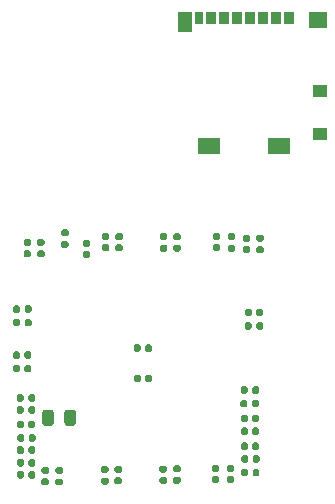
<source format=gbr>
G04 #@! TF.GenerationSoftware,KiCad,Pcbnew,(5.1.6)-1*
G04 #@! TF.CreationDate,2020-09-15T12:17:56+03:00*
G04 #@! TF.ProjectId,469devboard,34363964-6576-4626-9f61-72642e6b6963,rev?*
G04 #@! TF.SameCoordinates,Original*
G04 #@! TF.FileFunction,Paste,Bot*
G04 #@! TF.FilePolarity,Positive*
%FSLAX46Y46*%
G04 Gerber Fmt 4.6, Leading zero omitted, Abs format (unit mm)*
G04 Created by KiCad (PCBNEW (5.1.6)-1) date 2020-09-15 12:17:56*
%MOMM*%
%LPD*%
G01*
G04 APERTURE LIST*
%ADD10R,1.550000X1.350000*%
%ADD11R,1.200000X1.000000*%
%ADD12R,1.900000X1.350000*%
%ADD13R,1.170000X1.800000*%
%ADD14R,0.750000X1.100000*%
%ADD15R,0.850000X1.100000*%
G04 APERTURE END LIST*
D10*
X136273400Y-55848600D03*
D11*
X136448400Y-61873600D03*
X136448400Y-65573600D03*
D12*
X132948400Y-66548600D03*
X126978400Y-66548600D03*
D13*
X124953400Y-56073600D03*
D14*
X126163400Y-55723600D03*
D15*
X127213400Y-55723600D03*
X128313400Y-55723600D03*
X129413400Y-55723600D03*
X130513400Y-55723600D03*
X131613400Y-55723600D03*
X132713400Y-55723600D03*
X133813400Y-55723600D03*
G36*
G01*
X111723800Y-89072500D02*
X111723800Y-88727500D01*
G75*
G02*
X111871300Y-88580000I147500J0D01*
G01*
X112166300Y-88580000D01*
G75*
G02*
X112313800Y-88727500I0J-147500D01*
G01*
X112313800Y-89072500D01*
G75*
G02*
X112166300Y-89220000I-147500J0D01*
G01*
X111871300Y-89220000D01*
G75*
G02*
X111723800Y-89072500I0J147500D01*
G01*
G37*
G36*
G01*
X110753800Y-89072500D02*
X110753800Y-88727500D01*
G75*
G02*
X110901300Y-88580000I147500J0D01*
G01*
X111196300Y-88580000D01*
G75*
G02*
X111343800Y-88727500I0J-147500D01*
G01*
X111343800Y-89072500D01*
G75*
G02*
X111196300Y-89220000I-147500J0D01*
G01*
X110901300Y-89220000D01*
G75*
G02*
X110753800Y-89072500I0J147500D01*
G01*
G37*
G36*
G01*
X111723800Y-88056500D02*
X111723800Y-87711500D01*
G75*
G02*
X111871300Y-87564000I147500J0D01*
G01*
X112166300Y-87564000D01*
G75*
G02*
X112313800Y-87711500I0J-147500D01*
G01*
X112313800Y-88056500D01*
G75*
G02*
X112166300Y-88204000I-147500J0D01*
G01*
X111871300Y-88204000D01*
G75*
G02*
X111723800Y-88056500I0J147500D01*
G01*
G37*
G36*
G01*
X110753800Y-88056500D02*
X110753800Y-87711500D01*
G75*
G02*
X110901300Y-87564000I147500J0D01*
G01*
X111196300Y-87564000D01*
G75*
G02*
X111343800Y-87711500I0J-147500D01*
G01*
X111343800Y-88056500D01*
G75*
G02*
X111196300Y-88204000I-147500J0D01*
G01*
X110901300Y-88204000D01*
G75*
G02*
X110753800Y-88056500I0J147500D01*
G01*
G37*
G36*
G01*
X123311700Y-94196400D02*
X122966700Y-94196400D01*
G75*
G02*
X122819200Y-94048900I0J147500D01*
G01*
X122819200Y-93753900D01*
G75*
G02*
X122966700Y-93606400I147500J0D01*
G01*
X123311700Y-93606400D01*
G75*
G02*
X123459200Y-93753900I0J-147500D01*
G01*
X123459200Y-94048900D01*
G75*
G02*
X123311700Y-94196400I-147500J0D01*
G01*
G37*
G36*
G01*
X123311700Y-95166400D02*
X122966700Y-95166400D01*
G75*
G02*
X122819200Y-95018900I0J147500D01*
G01*
X122819200Y-94723900D01*
G75*
G02*
X122966700Y-94576400I147500J0D01*
G01*
X123311700Y-94576400D01*
G75*
G02*
X123459200Y-94723900I0J-147500D01*
G01*
X123459200Y-95018900D01*
G75*
G02*
X123311700Y-95166400I-147500J0D01*
G01*
G37*
G36*
G01*
X124454700Y-94173400D02*
X124109700Y-94173400D01*
G75*
G02*
X123962200Y-94025900I0J147500D01*
G01*
X123962200Y-93730900D01*
G75*
G02*
X124109700Y-93583400I147500J0D01*
G01*
X124454700Y-93583400D01*
G75*
G02*
X124602200Y-93730900I0J-147500D01*
G01*
X124602200Y-94025900D01*
G75*
G02*
X124454700Y-94173400I-147500J0D01*
G01*
G37*
G36*
G01*
X124454700Y-95143400D02*
X124109700Y-95143400D01*
G75*
G02*
X123962200Y-94995900I0J147500D01*
G01*
X123962200Y-94700900D01*
G75*
G02*
X124109700Y-94553400I147500J0D01*
G01*
X124454700Y-94553400D01*
G75*
G02*
X124602200Y-94700900I0J-147500D01*
G01*
X124602200Y-94995900D01*
G75*
G02*
X124454700Y-95143400I-147500J0D01*
G01*
G37*
G36*
G01*
X111388800Y-85567300D02*
X111388800Y-85222300D01*
G75*
G02*
X111536300Y-85074800I147500J0D01*
G01*
X111831300Y-85074800D01*
G75*
G02*
X111978800Y-85222300I0J-147500D01*
G01*
X111978800Y-85567300D01*
G75*
G02*
X111831300Y-85714800I-147500J0D01*
G01*
X111536300Y-85714800D01*
G75*
G02*
X111388800Y-85567300I0J147500D01*
G01*
G37*
G36*
G01*
X110418800Y-85567300D02*
X110418800Y-85222300D01*
G75*
G02*
X110566300Y-85074800I147500J0D01*
G01*
X110861300Y-85074800D01*
G75*
G02*
X111008800Y-85222300I0J-147500D01*
G01*
X111008800Y-85567300D01*
G75*
G02*
X110861300Y-85714800I-147500J0D01*
G01*
X110566300Y-85714800D01*
G75*
G02*
X110418800Y-85567300I0J147500D01*
G01*
G37*
G36*
G01*
X111388800Y-84424300D02*
X111388800Y-84079300D01*
G75*
G02*
X111536300Y-83931800I147500J0D01*
G01*
X111831300Y-83931800D01*
G75*
G02*
X111978800Y-84079300I0J-147500D01*
G01*
X111978800Y-84424300D01*
G75*
G02*
X111831300Y-84571800I-147500J0D01*
G01*
X111536300Y-84571800D01*
G75*
G02*
X111388800Y-84424300I0J147500D01*
G01*
G37*
G36*
G01*
X110418800Y-84424300D02*
X110418800Y-84079300D01*
G75*
G02*
X110566300Y-83931800I147500J0D01*
G01*
X110861300Y-83931800D01*
G75*
G02*
X111008800Y-84079300I0J-147500D01*
G01*
X111008800Y-84424300D01*
G75*
G02*
X110861300Y-84571800I-147500J0D01*
G01*
X110566300Y-84571800D01*
G75*
G02*
X110418800Y-84424300I0J147500D01*
G01*
G37*
G36*
G01*
X111401500Y-80538100D02*
X111401500Y-80193100D01*
G75*
G02*
X111549000Y-80045600I147500J0D01*
G01*
X111844000Y-80045600D01*
G75*
G02*
X111991500Y-80193100I0J-147500D01*
G01*
X111991500Y-80538100D01*
G75*
G02*
X111844000Y-80685600I-147500J0D01*
G01*
X111549000Y-80685600D01*
G75*
G02*
X111401500Y-80538100I0J147500D01*
G01*
G37*
G36*
G01*
X110431500Y-80538100D02*
X110431500Y-80193100D01*
G75*
G02*
X110579000Y-80045600I147500J0D01*
G01*
X110874000Y-80045600D01*
G75*
G02*
X111021500Y-80193100I0J-147500D01*
G01*
X111021500Y-80538100D01*
G75*
G02*
X110874000Y-80685600I-147500J0D01*
G01*
X110579000Y-80685600D01*
G75*
G02*
X110431500Y-80538100I0J147500D01*
G01*
G37*
G36*
G01*
X111401500Y-81681100D02*
X111401500Y-81336100D01*
G75*
G02*
X111549000Y-81188600I147500J0D01*
G01*
X111844000Y-81188600D01*
G75*
G02*
X111991500Y-81336100I0J-147500D01*
G01*
X111991500Y-81681100D01*
G75*
G02*
X111844000Y-81828600I-147500J0D01*
G01*
X111549000Y-81828600D01*
G75*
G02*
X111401500Y-81681100I0J147500D01*
G01*
G37*
G36*
G01*
X110431500Y-81681100D02*
X110431500Y-81336100D01*
G75*
G02*
X110579000Y-81188600I147500J0D01*
G01*
X110874000Y-81188600D01*
G75*
G02*
X111021500Y-81336100I0J-147500D01*
G01*
X111021500Y-81681100D01*
G75*
G02*
X110874000Y-81828600I-147500J0D01*
G01*
X110579000Y-81828600D01*
G75*
G02*
X110431500Y-81681100I0J147500D01*
G01*
G37*
G36*
G01*
X112603500Y-75397000D02*
X112948500Y-75397000D01*
G75*
G02*
X113096000Y-75544500I0J-147500D01*
G01*
X113096000Y-75839500D01*
G75*
G02*
X112948500Y-75987000I-147500J0D01*
G01*
X112603500Y-75987000D01*
G75*
G02*
X112456000Y-75839500I0J147500D01*
G01*
X112456000Y-75544500D01*
G75*
G02*
X112603500Y-75397000I147500J0D01*
G01*
G37*
G36*
G01*
X112603500Y-74427000D02*
X112948500Y-74427000D01*
G75*
G02*
X113096000Y-74574500I0J-147500D01*
G01*
X113096000Y-74869500D01*
G75*
G02*
X112948500Y-75017000I-147500J0D01*
G01*
X112603500Y-75017000D01*
G75*
G02*
X112456000Y-74869500I0J147500D01*
G01*
X112456000Y-74574500D01*
G75*
G02*
X112603500Y-74427000I147500J0D01*
G01*
G37*
G36*
G01*
X111460500Y-75397000D02*
X111805500Y-75397000D01*
G75*
G02*
X111953000Y-75544500I0J-147500D01*
G01*
X111953000Y-75839500D01*
G75*
G02*
X111805500Y-75987000I-147500J0D01*
G01*
X111460500Y-75987000D01*
G75*
G02*
X111313000Y-75839500I0J147500D01*
G01*
X111313000Y-75544500D01*
G75*
G02*
X111460500Y-75397000I147500J0D01*
G01*
G37*
G36*
G01*
X111460500Y-74427000D02*
X111805500Y-74427000D01*
G75*
G02*
X111953000Y-74574500I0J-147500D01*
G01*
X111953000Y-74869500D01*
G75*
G02*
X111805500Y-75017000I-147500J0D01*
G01*
X111460500Y-75017000D01*
G75*
G02*
X111313000Y-74869500I0J147500D01*
G01*
X111313000Y-74574500D01*
G75*
G02*
X111460500Y-74427000I147500J0D01*
G01*
G37*
G36*
G01*
X119220200Y-74889000D02*
X119565200Y-74889000D01*
G75*
G02*
X119712700Y-75036500I0J-147500D01*
G01*
X119712700Y-75331500D01*
G75*
G02*
X119565200Y-75479000I-147500J0D01*
G01*
X119220200Y-75479000D01*
G75*
G02*
X119072700Y-75331500I0J147500D01*
G01*
X119072700Y-75036500D01*
G75*
G02*
X119220200Y-74889000I147500J0D01*
G01*
G37*
G36*
G01*
X119220200Y-73919000D02*
X119565200Y-73919000D01*
G75*
G02*
X119712700Y-74066500I0J-147500D01*
G01*
X119712700Y-74361500D01*
G75*
G02*
X119565200Y-74509000I-147500J0D01*
G01*
X119220200Y-74509000D01*
G75*
G02*
X119072700Y-74361500I0J147500D01*
G01*
X119072700Y-74066500D01*
G75*
G02*
X119220200Y-73919000I147500J0D01*
G01*
G37*
G36*
G01*
X118077200Y-74889000D02*
X118422200Y-74889000D01*
G75*
G02*
X118569700Y-75036500I0J-147500D01*
G01*
X118569700Y-75331500D01*
G75*
G02*
X118422200Y-75479000I-147500J0D01*
G01*
X118077200Y-75479000D01*
G75*
G02*
X117929700Y-75331500I0J147500D01*
G01*
X117929700Y-75036500D01*
G75*
G02*
X118077200Y-74889000I147500J0D01*
G01*
G37*
G36*
G01*
X118077200Y-73919000D02*
X118422200Y-73919000D01*
G75*
G02*
X118569700Y-74066500I0J-147500D01*
G01*
X118569700Y-74361500D01*
G75*
G02*
X118422200Y-74509000I-147500J0D01*
G01*
X118077200Y-74509000D01*
G75*
G02*
X117929700Y-74361500I0J147500D01*
G01*
X117929700Y-74066500D01*
G75*
G02*
X118077200Y-73919000I147500J0D01*
G01*
G37*
G36*
G01*
X113873100Y-89104150D02*
X113873100Y-90016650D01*
G75*
G02*
X113629350Y-90260400I-243750J0D01*
G01*
X113141850Y-90260400D01*
G75*
G02*
X112898100Y-90016650I0J243750D01*
G01*
X112898100Y-89104150D01*
G75*
G02*
X113141850Y-88860400I243750J0D01*
G01*
X113629350Y-88860400D01*
G75*
G02*
X113873100Y-89104150I0J-243750D01*
G01*
G37*
G36*
G01*
X115748100Y-89104150D02*
X115748100Y-90016650D01*
G75*
G02*
X115504350Y-90260400I-243750J0D01*
G01*
X115016850Y-90260400D01*
G75*
G02*
X114773100Y-90016650I0J243750D01*
G01*
X114773100Y-89104150D01*
G75*
G02*
X115016850Y-88860400I243750J0D01*
G01*
X115504350Y-88860400D01*
G75*
G02*
X115748100Y-89104150I0J-243750D01*
G01*
G37*
G36*
G01*
X111723800Y-94558900D02*
X111723800Y-94213900D01*
G75*
G02*
X111871300Y-94066400I147500J0D01*
G01*
X112166300Y-94066400D01*
G75*
G02*
X112313800Y-94213900I0J-147500D01*
G01*
X112313800Y-94558900D01*
G75*
G02*
X112166300Y-94706400I-147500J0D01*
G01*
X111871300Y-94706400D01*
G75*
G02*
X111723800Y-94558900I0J147500D01*
G01*
G37*
G36*
G01*
X110753800Y-94558900D02*
X110753800Y-94213900D01*
G75*
G02*
X110901300Y-94066400I147500J0D01*
G01*
X111196300Y-94066400D01*
G75*
G02*
X111343800Y-94213900I0J-147500D01*
G01*
X111343800Y-94558900D01*
G75*
G02*
X111196300Y-94706400I-147500J0D01*
G01*
X110901300Y-94706400D01*
G75*
G02*
X110753800Y-94558900I0J147500D01*
G01*
G37*
G36*
G01*
X124147800Y-74906500D02*
X124492800Y-74906500D01*
G75*
G02*
X124640300Y-75054000I0J-147500D01*
G01*
X124640300Y-75349000D01*
G75*
G02*
X124492800Y-75496500I-147500J0D01*
G01*
X124147800Y-75496500D01*
G75*
G02*
X124000300Y-75349000I0J147500D01*
G01*
X124000300Y-75054000D01*
G75*
G02*
X124147800Y-74906500I147500J0D01*
G01*
G37*
G36*
G01*
X124147800Y-73936500D02*
X124492800Y-73936500D01*
G75*
G02*
X124640300Y-74084000I0J-147500D01*
G01*
X124640300Y-74379000D01*
G75*
G02*
X124492800Y-74526500I-147500J0D01*
G01*
X124147800Y-74526500D01*
G75*
G02*
X124000300Y-74379000I0J147500D01*
G01*
X124000300Y-74084000D01*
G75*
G02*
X124147800Y-73936500I147500J0D01*
G01*
G37*
G36*
G01*
X123004800Y-74906500D02*
X123349800Y-74906500D01*
G75*
G02*
X123497300Y-75054000I0J-147500D01*
G01*
X123497300Y-75349000D01*
G75*
G02*
X123349800Y-75496500I-147500J0D01*
G01*
X123004800Y-75496500D01*
G75*
G02*
X122857300Y-75349000I0J147500D01*
G01*
X122857300Y-75054000D01*
G75*
G02*
X123004800Y-74906500I147500J0D01*
G01*
G37*
G36*
G01*
X123004800Y-73936500D02*
X123349800Y-73936500D01*
G75*
G02*
X123497300Y-74084000I0J-147500D01*
G01*
X123497300Y-74379000D01*
G75*
G02*
X123349800Y-74526500I-147500J0D01*
G01*
X123004800Y-74526500D01*
G75*
G02*
X122857300Y-74379000I0J147500D01*
G01*
X122857300Y-74084000D01*
G75*
G02*
X123004800Y-73936500I147500J0D01*
G01*
G37*
G36*
G01*
X128732500Y-74914400D02*
X129077500Y-74914400D01*
G75*
G02*
X129225000Y-75061900I0J-147500D01*
G01*
X129225000Y-75356900D01*
G75*
G02*
X129077500Y-75504400I-147500J0D01*
G01*
X128732500Y-75504400D01*
G75*
G02*
X128585000Y-75356900I0J147500D01*
G01*
X128585000Y-75061900D01*
G75*
G02*
X128732500Y-74914400I147500J0D01*
G01*
G37*
G36*
G01*
X128732500Y-73944400D02*
X129077500Y-73944400D01*
G75*
G02*
X129225000Y-74091900I0J-147500D01*
G01*
X129225000Y-74386900D01*
G75*
G02*
X129077500Y-74534400I-147500J0D01*
G01*
X128732500Y-74534400D01*
G75*
G02*
X128585000Y-74386900I0J147500D01*
G01*
X128585000Y-74091900D01*
G75*
G02*
X128732500Y-73944400I147500J0D01*
G01*
G37*
G36*
G01*
X127462500Y-74868400D02*
X127807500Y-74868400D01*
G75*
G02*
X127955000Y-75015900I0J-147500D01*
G01*
X127955000Y-75310900D01*
G75*
G02*
X127807500Y-75458400I-147500J0D01*
G01*
X127462500Y-75458400D01*
G75*
G02*
X127315000Y-75310900I0J147500D01*
G01*
X127315000Y-75015900D01*
G75*
G02*
X127462500Y-74868400I147500J0D01*
G01*
G37*
G36*
G01*
X127462500Y-73898400D02*
X127807500Y-73898400D01*
G75*
G02*
X127955000Y-74045900I0J-147500D01*
G01*
X127955000Y-74340900D01*
G75*
G02*
X127807500Y-74488400I-147500J0D01*
G01*
X127462500Y-74488400D01*
G75*
G02*
X127315000Y-74340900I0J147500D01*
G01*
X127315000Y-74045900D01*
G75*
G02*
X127462500Y-73898400I147500J0D01*
G01*
G37*
G36*
G01*
X131145500Y-75041400D02*
X131490500Y-75041400D01*
G75*
G02*
X131638000Y-75188900I0J-147500D01*
G01*
X131638000Y-75483900D01*
G75*
G02*
X131490500Y-75631400I-147500J0D01*
G01*
X131145500Y-75631400D01*
G75*
G02*
X130998000Y-75483900I0J147500D01*
G01*
X130998000Y-75188900D01*
G75*
G02*
X131145500Y-75041400I147500J0D01*
G01*
G37*
G36*
G01*
X131145500Y-74071400D02*
X131490500Y-74071400D01*
G75*
G02*
X131638000Y-74218900I0J-147500D01*
G01*
X131638000Y-74513900D01*
G75*
G02*
X131490500Y-74661400I-147500J0D01*
G01*
X131145500Y-74661400D01*
G75*
G02*
X130998000Y-74513900I0J147500D01*
G01*
X130998000Y-74218900D01*
G75*
G02*
X131145500Y-74071400I147500J0D01*
G01*
G37*
G36*
G01*
X130002500Y-75041400D02*
X130347500Y-75041400D01*
G75*
G02*
X130495000Y-75188900I0J-147500D01*
G01*
X130495000Y-75483900D01*
G75*
G02*
X130347500Y-75631400I-147500J0D01*
G01*
X130002500Y-75631400D01*
G75*
G02*
X129855000Y-75483900I0J147500D01*
G01*
X129855000Y-75188900D01*
G75*
G02*
X130002500Y-75041400I147500J0D01*
G01*
G37*
G36*
G01*
X130002500Y-74071400D02*
X130347500Y-74071400D01*
G75*
G02*
X130495000Y-74218900I0J-147500D01*
G01*
X130495000Y-74513900D01*
G75*
G02*
X130347500Y-74661400I-147500J0D01*
G01*
X130002500Y-74661400D01*
G75*
G02*
X129855000Y-74513900I0J147500D01*
G01*
X129855000Y-74218900D01*
G75*
G02*
X130002500Y-74071400I147500J0D01*
G01*
G37*
G36*
G01*
X130620000Y-81615500D02*
X130620000Y-81960500D01*
G75*
G02*
X130472500Y-82108000I-147500J0D01*
G01*
X130177500Y-82108000D01*
G75*
G02*
X130030000Y-81960500I0J147500D01*
G01*
X130030000Y-81615500D01*
G75*
G02*
X130177500Y-81468000I147500J0D01*
G01*
X130472500Y-81468000D01*
G75*
G02*
X130620000Y-81615500I0J-147500D01*
G01*
G37*
G36*
G01*
X131590000Y-81615500D02*
X131590000Y-81960500D01*
G75*
G02*
X131442500Y-82108000I-147500J0D01*
G01*
X131147500Y-82108000D01*
G75*
G02*
X131000000Y-81960500I0J147500D01*
G01*
X131000000Y-81615500D01*
G75*
G02*
X131147500Y-81468000I147500J0D01*
G01*
X131442500Y-81468000D01*
G75*
G02*
X131590000Y-81615500I0J-147500D01*
G01*
G37*
G36*
G01*
X130620000Y-80472500D02*
X130620000Y-80817500D01*
G75*
G02*
X130472500Y-80965000I-147500J0D01*
G01*
X130177500Y-80965000D01*
G75*
G02*
X130030000Y-80817500I0J147500D01*
G01*
X130030000Y-80472500D01*
G75*
G02*
X130177500Y-80325000I147500J0D01*
G01*
X130472500Y-80325000D01*
G75*
G02*
X130620000Y-80472500I0J-147500D01*
G01*
G37*
G36*
G01*
X131590000Y-80472500D02*
X131590000Y-80817500D01*
G75*
G02*
X131442500Y-80965000I-147500J0D01*
G01*
X131147500Y-80965000D01*
G75*
G02*
X131000000Y-80817500I0J147500D01*
G01*
X131000000Y-80472500D01*
G75*
G02*
X131147500Y-80325000I147500J0D01*
G01*
X131442500Y-80325000D01*
G75*
G02*
X131590000Y-80472500I0J-147500D01*
G01*
G37*
G36*
G01*
X130292200Y-91800900D02*
X130292200Y-92145900D01*
G75*
G02*
X130144700Y-92293400I-147500J0D01*
G01*
X129849700Y-92293400D01*
G75*
G02*
X129702200Y-92145900I0J147500D01*
G01*
X129702200Y-91800900D01*
G75*
G02*
X129849700Y-91653400I147500J0D01*
G01*
X130144700Y-91653400D01*
G75*
G02*
X130292200Y-91800900I0J-147500D01*
G01*
G37*
G36*
G01*
X131262200Y-91800900D02*
X131262200Y-92145900D01*
G75*
G02*
X131114700Y-92293400I-147500J0D01*
G01*
X130819700Y-92293400D01*
G75*
G02*
X130672200Y-92145900I0J147500D01*
G01*
X130672200Y-91800900D01*
G75*
G02*
X130819700Y-91653400I147500J0D01*
G01*
X131114700Y-91653400D01*
G75*
G02*
X131262200Y-91800900I0J-147500D01*
G01*
G37*
G36*
G01*
X130292200Y-90530900D02*
X130292200Y-90875900D01*
G75*
G02*
X130144700Y-91023400I-147500J0D01*
G01*
X129849700Y-91023400D01*
G75*
G02*
X129702200Y-90875900I0J147500D01*
G01*
X129702200Y-90530900D01*
G75*
G02*
X129849700Y-90383400I147500J0D01*
G01*
X130144700Y-90383400D01*
G75*
G02*
X130292200Y-90530900I0J-147500D01*
G01*
G37*
G36*
G01*
X131262200Y-90530900D02*
X131262200Y-90875900D01*
G75*
G02*
X131114700Y-91023400I-147500J0D01*
G01*
X130819700Y-91023400D01*
G75*
G02*
X130672200Y-90875900I0J147500D01*
G01*
X130672200Y-90530900D01*
G75*
G02*
X130819700Y-90383400I147500J0D01*
G01*
X131114700Y-90383400D01*
G75*
G02*
X131262200Y-90530900I0J-147500D01*
G01*
G37*
G36*
G01*
X113304100Y-94321000D02*
X112959100Y-94321000D01*
G75*
G02*
X112811600Y-94173500I0J147500D01*
G01*
X112811600Y-93878500D01*
G75*
G02*
X112959100Y-93731000I147500J0D01*
G01*
X113304100Y-93731000D01*
G75*
G02*
X113451600Y-93878500I0J-147500D01*
G01*
X113451600Y-94173500D01*
G75*
G02*
X113304100Y-94321000I-147500J0D01*
G01*
G37*
G36*
G01*
X113304100Y-95291000D02*
X112959100Y-95291000D01*
G75*
G02*
X112811600Y-95143500I0J147500D01*
G01*
X112811600Y-94848500D01*
G75*
G02*
X112959100Y-94701000I147500J0D01*
G01*
X113304100Y-94701000D01*
G75*
G02*
X113451600Y-94848500I0J-147500D01*
G01*
X113451600Y-95143500D01*
G75*
G02*
X113304100Y-95291000I-147500J0D01*
G01*
G37*
G36*
G01*
X114497900Y-94323400D02*
X114152900Y-94323400D01*
G75*
G02*
X114005400Y-94175900I0J147500D01*
G01*
X114005400Y-93880900D01*
G75*
G02*
X114152900Y-93733400I147500J0D01*
G01*
X114497900Y-93733400D01*
G75*
G02*
X114645400Y-93880900I0J-147500D01*
G01*
X114645400Y-94175900D01*
G75*
G02*
X114497900Y-94323400I-147500J0D01*
G01*
G37*
G36*
G01*
X114497900Y-95293400D02*
X114152900Y-95293400D01*
G75*
G02*
X114005400Y-95145900I0J147500D01*
G01*
X114005400Y-94850900D01*
G75*
G02*
X114152900Y-94703400I147500J0D01*
G01*
X114497900Y-94703400D01*
G75*
G02*
X114645400Y-94850900I0J-147500D01*
G01*
X114645400Y-95145900D01*
G75*
G02*
X114497900Y-95293400I-147500J0D01*
G01*
G37*
G36*
G01*
X130317600Y-94036100D02*
X130317600Y-94381100D01*
G75*
G02*
X130170100Y-94528600I-147500J0D01*
G01*
X129875100Y-94528600D01*
G75*
G02*
X129727600Y-94381100I0J147500D01*
G01*
X129727600Y-94036100D01*
G75*
G02*
X129875100Y-93888600I147500J0D01*
G01*
X130170100Y-93888600D01*
G75*
G02*
X130317600Y-94036100I0J-147500D01*
G01*
G37*
G36*
G01*
X131287600Y-94036100D02*
X131287600Y-94381100D01*
G75*
G02*
X131140100Y-94528600I-147500J0D01*
G01*
X130845100Y-94528600D01*
G75*
G02*
X130697600Y-94381100I0J147500D01*
G01*
X130697600Y-94036100D01*
G75*
G02*
X130845100Y-93888600I147500J0D01*
G01*
X131140100Y-93888600D01*
G75*
G02*
X131287600Y-94036100I0J-147500D01*
G01*
G37*
G36*
G01*
X130340600Y-92893100D02*
X130340600Y-93238100D01*
G75*
G02*
X130193100Y-93385600I-147500J0D01*
G01*
X129898100Y-93385600D01*
G75*
G02*
X129750600Y-93238100I0J147500D01*
G01*
X129750600Y-92893100D01*
G75*
G02*
X129898100Y-92745600I147500J0D01*
G01*
X130193100Y-92745600D01*
G75*
G02*
X130340600Y-92893100I0J-147500D01*
G01*
G37*
G36*
G01*
X131310600Y-92893100D02*
X131310600Y-93238100D01*
G75*
G02*
X131163100Y-93385600I-147500J0D01*
G01*
X130868100Y-93385600D01*
G75*
G02*
X130720600Y-93238100I0J147500D01*
G01*
X130720600Y-92893100D01*
G75*
G02*
X130868100Y-92745600I147500J0D01*
G01*
X131163100Y-92745600D01*
G75*
G02*
X131310600Y-92893100I0J-147500D01*
G01*
G37*
G36*
G01*
X127731300Y-94143200D02*
X127386300Y-94143200D01*
G75*
G02*
X127238800Y-93995700I0J147500D01*
G01*
X127238800Y-93700700D01*
G75*
G02*
X127386300Y-93553200I147500J0D01*
G01*
X127731300Y-93553200D01*
G75*
G02*
X127878800Y-93700700I0J-147500D01*
G01*
X127878800Y-93995700D01*
G75*
G02*
X127731300Y-94143200I-147500J0D01*
G01*
G37*
G36*
G01*
X127731300Y-95113200D02*
X127386300Y-95113200D01*
G75*
G02*
X127238800Y-94965700I0J147500D01*
G01*
X127238800Y-94670700D01*
G75*
G02*
X127386300Y-94523200I147500J0D01*
G01*
X127731300Y-94523200D01*
G75*
G02*
X127878800Y-94670700I0J-147500D01*
G01*
X127878800Y-94965700D01*
G75*
G02*
X127731300Y-95113200I-147500J0D01*
G01*
G37*
G36*
G01*
X129001300Y-94120200D02*
X128656300Y-94120200D01*
G75*
G02*
X128508800Y-93972700I0J147500D01*
G01*
X128508800Y-93677700D01*
G75*
G02*
X128656300Y-93530200I147500J0D01*
G01*
X129001300Y-93530200D01*
G75*
G02*
X129148800Y-93677700I0J-147500D01*
G01*
X129148800Y-93972700D01*
G75*
G02*
X129001300Y-94120200I-147500J0D01*
G01*
G37*
G36*
G01*
X129001300Y-95090200D02*
X128656300Y-95090200D01*
G75*
G02*
X128508800Y-94942700I0J147500D01*
G01*
X128508800Y-94647700D01*
G75*
G02*
X128656300Y-94500200I147500J0D01*
G01*
X129001300Y-94500200D01*
G75*
G02*
X129148800Y-94647700I0J-147500D01*
G01*
X129148800Y-94942700D01*
G75*
G02*
X129001300Y-95090200I-147500J0D01*
G01*
G37*
G36*
G01*
X119501700Y-94221800D02*
X119156700Y-94221800D01*
G75*
G02*
X119009200Y-94074300I0J147500D01*
G01*
X119009200Y-93779300D01*
G75*
G02*
X119156700Y-93631800I147500J0D01*
G01*
X119501700Y-93631800D01*
G75*
G02*
X119649200Y-93779300I0J-147500D01*
G01*
X119649200Y-94074300D01*
G75*
G02*
X119501700Y-94221800I-147500J0D01*
G01*
G37*
G36*
G01*
X119501700Y-95191800D02*
X119156700Y-95191800D01*
G75*
G02*
X119009200Y-95044300I0J147500D01*
G01*
X119009200Y-94749300D01*
G75*
G02*
X119156700Y-94601800I147500J0D01*
G01*
X119501700Y-94601800D01*
G75*
G02*
X119649200Y-94749300I0J-147500D01*
G01*
X119649200Y-95044300D01*
G75*
G02*
X119501700Y-95191800I-147500J0D01*
G01*
G37*
G36*
G01*
X118358700Y-94244800D02*
X118013700Y-94244800D01*
G75*
G02*
X117866200Y-94097300I0J147500D01*
G01*
X117866200Y-93802300D01*
G75*
G02*
X118013700Y-93654800I147500J0D01*
G01*
X118358700Y-93654800D01*
G75*
G02*
X118506200Y-93802300I0J-147500D01*
G01*
X118506200Y-94097300D01*
G75*
G02*
X118358700Y-94244800I-147500J0D01*
G01*
G37*
G36*
G01*
X118358700Y-95214800D02*
X118013700Y-95214800D01*
G75*
G02*
X117866200Y-95067300I0J147500D01*
G01*
X117866200Y-94772300D01*
G75*
G02*
X118013700Y-94624800I147500J0D01*
G01*
X118358700Y-94624800D01*
G75*
G02*
X118506200Y-94772300I0J-147500D01*
G01*
X118506200Y-95067300D01*
G75*
G02*
X118358700Y-95214800I-147500J0D01*
G01*
G37*
G36*
G01*
X111723800Y-90304400D02*
X111723800Y-89959400D01*
G75*
G02*
X111871300Y-89811900I147500J0D01*
G01*
X112166300Y-89811900D01*
G75*
G02*
X112313800Y-89959400I0J-147500D01*
G01*
X112313800Y-90304400D01*
G75*
G02*
X112166300Y-90451900I-147500J0D01*
G01*
X111871300Y-90451900D01*
G75*
G02*
X111723800Y-90304400I0J147500D01*
G01*
G37*
G36*
G01*
X110753800Y-90304400D02*
X110753800Y-89959400D01*
G75*
G02*
X110901300Y-89811900I147500J0D01*
G01*
X111196300Y-89811900D01*
G75*
G02*
X111343800Y-89959400I0J-147500D01*
G01*
X111343800Y-90304400D01*
G75*
G02*
X111196300Y-90451900I-147500J0D01*
G01*
X110901300Y-90451900D01*
G75*
G02*
X110753800Y-90304400I0J147500D01*
G01*
G37*
G36*
G01*
X111746800Y-91447400D02*
X111746800Y-91102400D01*
G75*
G02*
X111894300Y-90954900I147500J0D01*
G01*
X112189300Y-90954900D01*
G75*
G02*
X112336800Y-91102400I0J-147500D01*
G01*
X112336800Y-91447400D01*
G75*
G02*
X112189300Y-91594900I-147500J0D01*
G01*
X111894300Y-91594900D01*
G75*
G02*
X111746800Y-91447400I0J147500D01*
G01*
G37*
G36*
G01*
X110776800Y-91447400D02*
X110776800Y-91102400D01*
G75*
G02*
X110924300Y-90954900I147500J0D01*
G01*
X111219300Y-90954900D01*
G75*
G02*
X111366800Y-91102400I0J-147500D01*
G01*
X111366800Y-91447400D01*
G75*
G02*
X111219300Y-91594900I-147500J0D01*
G01*
X110924300Y-91594900D01*
G75*
G02*
X110776800Y-91447400I0J147500D01*
G01*
G37*
G36*
G01*
X111723800Y-93542900D02*
X111723800Y-93197900D01*
G75*
G02*
X111871300Y-93050400I147500J0D01*
G01*
X112166300Y-93050400D01*
G75*
G02*
X112313800Y-93197900I0J-147500D01*
G01*
X112313800Y-93542900D01*
G75*
G02*
X112166300Y-93690400I-147500J0D01*
G01*
X111871300Y-93690400D01*
G75*
G02*
X111723800Y-93542900I0J147500D01*
G01*
G37*
G36*
G01*
X110753800Y-93542900D02*
X110753800Y-93197900D01*
G75*
G02*
X110901300Y-93050400I147500J0D01*
G01*
X111196300Y-93050400D01*
G75*
G02*
X111343800Y-93197900I0J-147500D01*
G01*
X111343800Y-93542900D01*
G75*
G02*
X111196300Y-93690400I-147500J0D01*
G01*
X110901300Y-93690400D01*
G75*
G02*
X110753800Y-93542900I0J147500D01*
G01*
G37*
G36*
G01*
X111723800Y-92463400D02*
X111723800Y-92118400D01*
G75*
G02*
X111871300Y-91970900I147500J0D01*
G01*
X112166300Y-91970900D01*
G75*
G02*
X112313800Y-92118400I0J-147500D01*
G01*
X112313800Y-92463400D01*
G75*
G02*
X112166300Y-92610900I-147500J0D01*
G01*
X111871300Y-92610900D01*
G75*
G02*
X111723800Y-92463400I0J147500D01*
G01*
G37*
G36*
G01*
X110753800Y-92463400D02*
X110753800Y-92118400D01*
G75*
G02*
X110901300Y-91970900I147500J0D01*
G01*
X111196300Y-91970900D01*
G75*
G02*
X111343800Y-92118400I0J-147500D01*
G01*
X111343800Y-92463400D01*
G75*
G02*
X111196300Y-92610900I-147500J0D01*
G01*
X110901300Y-92610900D01*
G75*
G02*
X110753800Y-92463400I0J147500D01*
G01*
G37*
G36*
G01*
X121232300Y-86060500D02*
X121232300Y-86405500D01*
G75*
G02*
X121084800Y-86553000I-147500J0D01*
G01*
X120789800Y-86553000D01*
G75*
G02*
X120642300Y-86405500I0J147500D01*
G01*
X120642300Y-86060500D01*
G75*
G02*
X120789800Y-85913000I147500J0D01*
G01*
X121084800Y-85913000D01*
G75*
G02*
X121232300Y-86060500I0J-147500D01*
G01*
G37*
G36*
G01*
X122202300Y-86060500D02*
X122202300Y-86405500D01*
G75*
G02*
X122054800Y-86553000I-147500J0D01*
G01*
X121759800Y-86553000D01*
G75*
G02*
X121612300Y-86405500I0J147500D01*
G01*
X121612300Y-86060500D01*
G75*
G02*
X121759800Y-85913000I147500J0D01*
G01*
X122054800Y-85913000D01*
G75*
G02*
X122202300Y-86060500I0J-147500D01*
G01*
G37*
G36*
G01*
X121222000Y-83495100D02*
X121222000Y-83840100D01*
G75*
G02*
X121074500Y-83987600I-147500J0D01*
G01*
X120779500Y-83987600D01*
G75*
G02*
X120632000Y-83840100I0J147500D01*
G01*
X120632000Y-83495100D01*
G75*
G02*
X120779500Y-83347600I147500J0D01*
G01*
X121074500Y-83347600D01*
G75*
G02*
X121222000Y-83495100I0J-147500D01*
G01*
G37*
G36*
G01*
X122192000Y-83495100D02*
X122192000Y-83840100D01*
G75*
G02*
X122044500Y-83987600I-147500J0D01*
G01*
X121749500Y-83987600D01*
G75*
G02*
X121602000Y-83840100I0J147500D01*
G01*
X121602000Y-83495100D01*
G75*
G02*
X121749500Y-83347600I147500J0D01*
G01*
X122044500Y-83347600D01*
G75*
G02*
X122192000Y-83495100I0J-147500D01*
G01*
G37*
G36*
G01*
X130289800Y-87051100D02*
X130289800Y-87396100D01*
G75*
G02*
X130142300Y-87543600I-147500J0D01*
G01*
X129847300Y-87543600D01*
G75*
G02*
X129699800Y-87396100I0J147500D01*
G01*
X129699800Y-87051100D01*
G75*
G02*
X129847300Y-86903600I147500J0D01*
G01*
X130142300Y-86903600D01*
G75*
G02*
X130289800Y-87051100I0J-147500D01*
G01*
G37*
G36*
G01*
X131259800Y-87051100D02*
X131259800Y-87396100D01*
G75*
G02*
X131112300Y-87543600I-147500J0D01*
G01*
X130817300Y-87543600D01*
G75*
G02*
X130669800Y-87396100I0J147500D01*
G01*
X130669800Y-87051100D01*
G75*
G02*
X130817300Y-86903600I147500J0D01*
G01*
X131112300Y-86903600D01*
G75*
G02*
X131259800Y-87051100I0J-147500D01*
G01*
G37*
G36*
G01*
X130289800Y-89464100D02*
X130289800Y-89809100D01*
G75*
G02*
X130142300Y-89956600I-147500J0D01*
G01*
X129847300Y-89956600D01*
G75*
G02*
X129699800Y-89809100I0J147500D01*
G01*
X129699800Y-89464100D01*
G75*
G02*
X129847300Y-89316600I147500J0D01*
G01*
X130142300Y-89316600D01*
G75*
G02*
X130289800Y-89464100I0J-147500D01*
G01*
G37*
G36*
G01*
X131259800Y-89464100D02*
X131259800Y-89809100D01*
G75*
G02*
X131112300Y-89956600I-147500J0D01*
G01*
X130817300Y-89956600D01*
G75*
G02*
X130669800Y-89809100I0J147500D01*
G01*
X130669800Y-89464100D01*
G75*
G02*
X130817300Y-89316600I147500J0D01*
G01*
X131112300Y-89316600D01*
G75*
G02*
X131259800Y-89464100I0J-147500D01*
G01*
G37*
G36*
G01*
X130266800Y-88194100D02*
X130266800Y-88539100D01*
G75*
G02*
X130119300Y-88686600I-147500J0D01*
G01*
X129824300Y-88686600D01*
G75*
G02*
X129676800Y-88539100I0J147500D01*
G01*
X129676800Y-88194100D01*
G75*
G02*
X129824300Y-88046600I147500J0D01*
G01*
X130119300Y-88046600D01*
G75*
G02*
X130266800Y-88194100I0J-147500D01*
G01*
G37*
G36*
G01*
X131236800Y-88194100D02*
X131236800Y-88539100D01*
G75*
G02*
X131089300Y-88686600I-147500J0D01*
G01*
X130794300Y-88686600D01*
G75*
G02*
X130646800Y-88539100I0J147500D01*
G01*
X130646800Y-88194100D01*
G75*
G02*
X130794300Y-88046600I147500J0D01*
G01*
X131089300Y-88046600D01*
G75*
G02*
X131236800Y-88194100I0J-147500D01*
G01*
G37*
G36*
G01*
X114635500Y-74589000D02*
X114980500Y-74589000D01*
G75*
G02*
X115128000Y-74736500I0J-147500D01*
G01*
X115128000Y-75031500D01*
G75*
G02*
X114980500Y-75179000I-147500J0D01*
G01*
X114635500Y-75179000D01*
G75*
G02*
X114488000Y-75031500I0J147500D01*
G01*
X114488000Y-74736500D01*
G75*
G02*
X114635500Y-74589000I147500J0D01*
G01*
G37*
G36*
G01*
X114635500Y-73619000D02*
X114980500Y-73619000D01*
G75*
G02*
X115128000Y-73766500I0J-147500D01*
G01*
X115128000Y-74061500D01*
G75*
G02*
X114980500Y-74209000I-147500J0D01*
G01*
X114635500Y-74209000D01*
G75*
G02*
X114488000Y-74061500I0J147500D01*
G01*
X114488000Y-73766500D01*
G75*
G02*
X114635500Y-73619000I147500J0D01*
G01*
G37*
G36*
G01*
X116464300Y-75475600D02*
X116809300Y-75475600D01*
G75*
G02*
X116956800Y-75623100I0J-147500D01*
G01*
X116956800Y-75918100D01*
G75*
G02*
X116809300Y-76065600I-147500J0D01*
G01*
X116464300Y-76065600D01*
G75*
G02*
X116316800Y-75918100I0J147500D01*
G01*
X116316800Y-75623100D01*
G75*
G02*
X116464300Y-75475600I147500J0D01*
G01*
G37*
G36*
G01*
X116464300Y-74505600D02*
X116809300Y-74505600D01*
G75*
G02*
X116956800Y-74653100I0J-147500D01*
G01*
X116956800Y-74948100D01*
G75*
G02*
X116809300Y-75095600I-147500J0D01*
G01*
X116464300Y-75095600D01*
G75*
G02*
X116316800Y-74948100I0J147500D01*
G01*
X116316800Y-74653100D01*
G75*
G02*
X116464300Y-74505600I147500J0D01*
G01*
G37*
M02*

</source>
